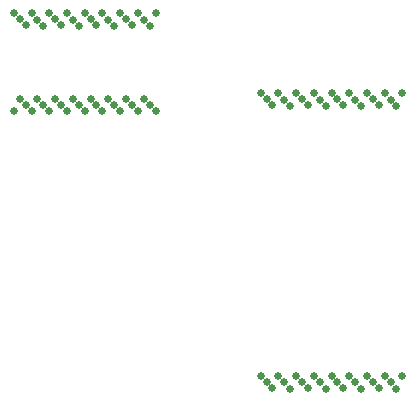
<source format=gts>
G04*
G04 #@! TF.GenerationSoftware,Altium Limited,Altium Designer,18.0.12 (696)*
G04*
G04 Layer_Color=8388736*
%FSLAX25Y25*%
%MOIN*%
G70*
G01*
G75*
%ADD11C,0.02600*%
D11*
X335039Y319886D02*
D03*
X333071Y315823D02*
D03*
X331102Y317854D02*
D03*
X329134Y319886D02*
D03*
X327165Y315917D02*
D03*
X325197Y318008D02*
D03*
X323228Y319980D02*
D03*
X321260Y315823D02*
D03*
X319291Y317854D02*
D03*
X317323Y319886D02*
D03*
X315354Y315917D02*
D03*
X313386Y318008D02*
D03*
X287795Y319980D02*
D03*
X289764Y318008D02*
D03*
X291732Y315917D02*
D03*
X293701Y319886D02*
D03*
X295669Y317854D02*
D03*
X297638Y315823D02*
D03*
X299606Y319980D02*
D03*
X301575Y318008D02*
D03*
X303543Y315917D02*
D03*
X305512Y319886D02*
D03*
X307480Y317854D02*
D03*
X309449Y315823D02*
D03*
X311417Y319980D02*
D03*
X370079Y293307D02*
D03*
X372047Y291335D02*
D03*
X381890Y293307D02*
D03*
X417323Y293213D02*
D03*
X415354Y289150D02*
D03*
X413386Y291181D02*
D03*
X411417Y293213D02*
D03*
X409449Y289244D02*
D03*
X407480Y291335D02*
D03*
X405512Y293307D02*
D03*
X403543Y289150D02*
D03*
X401575Y291181D02*
D03*
X399606Y293213D02*
D03*
X397638Y289244D02*
D03*
X395669Y291335D02*
D03*
X393701Y293307D02*
D03*
X391732Y289150D02*
D03*
X389764Y291181D02*
D03*
X387795Y293213D02*
D03*
X385827Y289244D02*
D03*
X383858Y291335D02*
D03*
X379921Y289150D02*
D03*
X377953Y291181D02*
D03*
X375984Y293213D02*
D03*
X374016Y289244D02*
D03*
X415354Y194858D02*
D03*
X413386Y196890D02*
D03*
X411417Y198921D02*
D03*
X409449Y194953D02*
D03*
X407480Y197043D02*
D03*
X405512Y199016D02*
D03*
X403543Y194858D02*
D03*
X401575Y196890D02*
D03*
X399606Y198921D02*
D03*
X397638Y194953D02*
D03*
X395669Y197043D02*
D03*
X370079Y199016D02*
D03*
X372047Y197043D02*
D03*
X374016Y194953D02*
D03*
X375984Y198921D02*
D03*
X377953Y196890D02*
D03*
X379921Y194858D02*
D03*
X381890Y199016D02*
D03*
X383858Y197043D02*
D03*
X385827Y194953D02*
D03*
X387795Y198921D02*
D03*
X389764Y196890D02*
D03*
X391732Y194858D02*
D03*
X393701Y199016D02*
D03*
X417323Y198921D02*
D03*
X335039Y287303D02*
D03*
X333071Y289276D02*
D03*
X331102Y291366D02*
D03*
X329134Y287398D02*
D03*
X327165Y289429D02*
D03*
X325197Y291461D02*
D03*
X323228Y287303D02*
D03*
X321260Y289276D02*
D03*
X319291Y291366D02*
D03*
X317323Y287398D02*
D03*
X315354Y289429D02*
D03*
X313386Y291461D02*
D03*
X287795Y287398D02*
D03*
X289764Y291461D02*
D03*
X291732Y289429D02*
D03*
X293701Y287398D02*
D03*
X295669Y291366D02*
D03*
X297638Y289276D02*
D03*
X299606Y287303D02*
D03*
X301575Y291461D02*
D03*
X303543Y289429D02*
D03*
X305512Y287398D02*
D03*
X307480Y291366D02*
D03*
X309449Y289276D02*
D03*
X311417Y287303D02*
D03*
M02*

</source>
